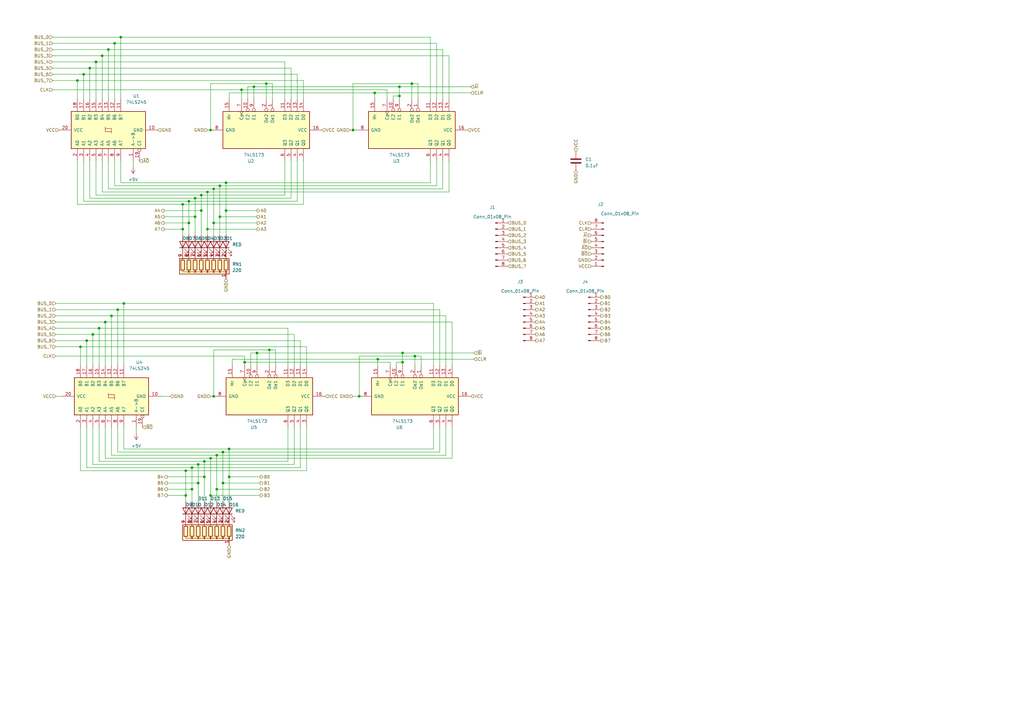
<source format=kicad_sch>
(kicad_sch (version 20230121) (generator eeschema)
  (paper "A3")
  (title_block (title "8bc Registers") (date "2023-02-28") (rev "1.0"))
  (lib_symbols
    (symbol "74xx:74LS173" (pin_names (offset 1.016))
      (property "Reference" "U" (at -7.62 19.05 0))
      (property "Value" "74LS173" (at -7.62 -19.05 0))
      (symbol "74LS173_1_0"
        (pin input inverted (at -12.7 2.54 0) (length 5.08) (name "Oe1") (number "1"))
        (pin input inverted (at -12.7 -7.62 0) (length 5.08) (name "E2") (number "10"))
        (pin input line (at -12.7 7.62 0) (length 5.08) (name "D3") (number "11"))
        (pin input line (at -12.7 10.16 0) (length 5.08) (name "D2") (number "12"))
        (pin input line (at -12.7 12.7 0) (length 5.08) (name "D1") (number "13"))
        (pin input line (at -12.7 15.24 0) (length 5.08) (name "D0") (number "14"))
        (pin input line (at -12.7 -15.24 0) (length 5.08) (name "Mr") (number "15"))
        (pin power_in line (at 0 22.86 270) (length 5.08) (name "VCC") (number "16"))
        (pin input inverted (at -12.7 0 0) (length 5.08) (name "Oe2") (number "2"))
        (pin tri_state line (at 12.7 15.24 180) (length 5.08) (name "Q0") (number "3"))
        (pin tri_state line (at 12.7 12.7 180) (length 5.08) (name "Q1") (number "4"))
        (pin tri_state line (at 12.7 10.16 180) (length 5.08) (name "Q2") (number "5"))
        (pin tri_state line (at 12.7 7.62 180) (length 5.08) (name "Q3") (number "6"))
        (pin input clock (at -12.7 -10.16 0) (length 5.08) (name "Cp") (number "7"))
        (pin power_in line (at 0 -22.86 90) (length 5.08) (name "GND") (number "8"))
        (pin input inverted (at -12.7 -5.08 0) (length 5.08) (name "E1") (number "9"))
      )
      (symbol "74LS173_1_1"
        (rectangle (start -7.62 17.78) (end 7.62 -17.78) (stroke (width 0.254)) (fill (type background)))
      )
    )
    (symbol "74xx:74LS245" (pin_names (offset 1.016))
      (property "Reference" "U" (at -7.62 16.51 0))
      (property "Value" "74LS245" (at -7.62 -16.51 0))
      (symbol "74LS245_1_0"
        (polyline (pts (xy -0.635 -1.27) (xy -0.635 1.27) (xy 0.635 1.27)))
        (polyline (pts (xy -1.27 -1.27) (xy 0.635 -1.27) (xy 0.635 1.27) (xy 1.27 1.27)))
        (pin input line (at -12.7 -10.16 0) (length 5.08) (name "A->B") (number "1"))
        (pin power_in line (at 0 -20.32 90) (length 5.08) (name "GND") (number "10"))
        (pin tri_state line (at 12.7 -5.08 180) (length 5.08) (name "B7") (number "11"))
        (pin tri_state line (at 12.7 -2.54 180) (length 5.08) (name "B6") (number "12"))
        (pin tri_state line (at 12.7 0 180) (length 5.08) (name "B5") (number "13"))
        (pin tri_state line (at 12.7 2.54 180) (length 5.08) (name "B4") (number "14"))
        (pin tri_state line (at 12.7 5.08 180) (length 5.08) (name "B3") (number "15"))
        (pin tri_state line (at 12.7 7.62 180) (length 5.08) (name "B2") (number "16"))
        (pin tri_state line (at 12.7 10.16 180) (length 5.08) (name "B1") (number "17"))
        (pin tri_state line (at 12.7 12.7 180) (length 5.08) (name "B0") (number "18"))
        (pin input inverted (at -12.7 -12.7 0) (length 5.08) (name "CE") (number "19"))
        (pin tri_state line (at -12.7 12.7 0) (length 5.08) (name "A0") (number "2"))
        (pin power_in line (at 0 20.32 270) (length 5.08) (name "VCC") (number "20"))
        (pin tri_state line (at -12.7 10.16 0) (length 5.08) (name "A1") (number "3"))
        (pin tri_state line (at -12.7 7.62 0) (length 5.08) (name "A2") (number "4"))
        (pin tri_state line (at -12.7 5.08 0) (length 5.08) (name "A3") (number "5"))
        (pin tri_state line (at -12.7 2.54 0) (length 5.08) (name "A4") (number "6"))
        (pin tri_state line (at -12.7 0 0) (length 5.08) (name "A5") (number "7"))
        (pin tri_state line (at -12.7 -2.54 0) (length 5.08) (name "A6") (number "8"))
        (pin tri_state line (at -12.7 -5.08 0) (length 5.08) (name "A7") (number "9"))
      )
      (symbol "74LS245_1_1"
        (rectangle (start -7.62 15.24) (end 7.62 -15.24) (stroke (width 0.254)) (fill (type background)))
      )
    )
    (symbol "Conn_01x08_Pin_1" (pin_names (offset 1.016) hide)
      (property "Reference" "J2" (at 3.81 15.24 0))
      (property "Value" "Conn_01x08_Pin" (at 2.54 12.7 0))
      (symbol "Conn_01x08_Pin_1_1_1"
        (polyline (pts (xy 1.27 -10.16) (xy 0.8636 -10.16)) (stroke (width 0.1524)))
        (polyline (pts (xy 1.27 -7.62) (xy 0.8636 -7.62)) (stroke (width 0.1524)))
        (polyline (pts (xy 1.27 -5.08) (xy 0.8636 -5.08)) (stroke (width 0.1524)))
        (polyline (pts (xy 1.27 -2.54) (xy 0.8636 -2.54)) (stroke (width 0.1524)))
        (polyline (pts (xy 1.27 0) (xy 0.8636 0)) (stroke (width 0.1524)))
        (polyline (pts (xy 1.27 2.54) (xy 0.8636 2.54)) (stroke (width 0.1524)))
        (polyline (pts (xy 1.27 5.08) (xy 0.8636 5.08)) (stroke (width 0.1524)))
        (polyline (pts (xy 1.27 7.62) (xy 0.8636 7.62)) (stroke (width 0.1524)))
        (rectangle (start 0.8636 -10.033) (end 0 -10.287) (stroke (width 0.1524)) (fill (type outline)))
        (rectangle (start 0.8636 -7.493) (end 0 -7.747) (stroke (width 0.1524)) (fill (type outline)))
        (rectangle (start 0.8636 -4.953) (end 0 -5.207) (stroke (width 0.1524)) (fill (type outline)))
        (rectangle (start 0.8636 -2.413) (end 0 -2.667) (stroke (width 0.1524)) (fill (type outline)))
        (rectangle (start 0.8636 0.127) (end 0 -0.127) (stroke (width 0.1524)) (fill (type outline)))
        (rectangle (start 0.8636 2.667) (end 0 2.413) (stroke (width 0.1524)) (fill (type outline)))
        (rectangle (start 0.8636 5.207) (end 0 4.953) (stroke (width 0.1524)) (fill (type outline)))
        (rectangle (start 0.8636 7.747) (end 0 7.493) (stroke (width 0.1524)) (fill (type outline)))
        (pin power_out line (at 5.08 7.62 180) (length 3.81) (name "Pin_1") (number "1"))
        (pin power_out line (at 5.08 5.08 180) (length 3.81) (name "Pin_2") (number "2"))
        (pin passive line (at 5.08 2.54 180) (length 3.81) (name "Pin_3") (number "3"))
        (pin passive line (at 5.08 0 180) (length 3.81) (name "Pin_4") (number "4"))
        (pin passive line (at 5.08 -2.54 180) (length 3.81) (name "Pin_5") (number "5"))
        (pin passive line (at 5.08 -5.08 180) (length 3.81) (name "Pin_6") (number "6"))
        (pin passive line (at 5.08 -7.62 180) (length 3.81) (name "Pin_7") (number "7"))
        (pin passive line (at 5.08 -10.16 180) (length 3.81) (name "Pin_8") (number "8"))
      )
    )
    (symbol "Connector:Conn_01x08_Pin" (pin_names (offset 1.016) hide)
      (property "Reference" "J" (at 0 10.16 0))
      (property "Value" "Conn_01x08_Pin" (at 0 -12.7 0))
      (symbol "Conn_01x08_Pin_1_1"
        (polyline (pts (xy 1.27 -10.16) (xy 0.8636 -10.16)) (stroke (width 0.1524)))
        (polyline (pts (xy 1.27 -7.62) (xy 0.8636 -7.62)) (stroke (width 0.1524)))
        (polyline (pts (xy 1.27 -5.08) (xy 0.8636 -5.08)) (stroke (width 0.1524)))
        (polyline (pts (xy 1.27 -2.54) (xy 0.8636 -2.54)) (stroke (width 0.1524)))
        (polyline (pts (xy 1.27 0) (xy 0.8636 0)) (stroke (width 0.1524)))
        (polyline (pts (xy 1.27 2.54) (xy 0.8636 2.54)) (stroke (width 0.1524)))
        (polyline (pts (xy 1.27 5.08) (xy 0.8636 5.08)) (stroke (width 0.1524)))
        (polyline (pts (xy 1.27 7.62) (xy 0.8636 7.62)) (stroke (width 0.1524)))
        (rectangle (start 0.8636 -10.033) (end 0 -10.287) (stroke (width 0.1524)) (fill (type outline)))
        (rectangle (start 0.8636 -7.493) (end 0 -7.747) (stroke (width 0.1524)) (fill (type outline)))
        (rectangle (start 0.8636 -4.953) (end 0 -5.207) (stroke (width 0.1524)) (fill (type outline)))
        (rectangle (start 0.8636 -2.413) (end 0 -2.667) (stroke (width 0.1524)) (fill (type outline)))
        (rectangle (start 0.8636 0.127) (end 0 -0.127) (stroke (width 0.1524)) (fill (type outline)))
        (rectangle (start 0.8636 2.667) (end 0 2.413) (stroke (width 0.1524)) (fill (type outline)))
        (rectangle (start 0.8636 5.207) (end 0 4.953) (stroke (width 0.1524)) (fill (type outline)))
        (rectangle (start 0.8636 7.747) (end 0 7.493) (stroke (width 0.1524)) (fill (type outline)))
        (pin passive line (at 5.08 7.62 180) (length 3.81) (name "Pin_1") (number "1"))
        (pin passive line (at 5.08 5.08 180) (length 3.81) (name "Pin_2") (number "2"))
        (pin passive line (at 5.08 2.54 180) (length 3.81) (name "Pin_3") (number "3"))
        (pin passive line (at 5.08 0 180) (length 3.81) (name "Pin_4") (number "4"))
        (pin passive line (at 5.08 -2.54 180) (length 3.81) (name "Pin_5") (number "5"))
        (pin passive line (at 5.08 -5.08 180) (length 3.81) (name "Pin_6") (number "6"))
        (pin passive line (at 5.08 -7.62 180) (length 3.81) (name "Pin_7") (number "7"))
        (pin passive line (at 5.08 -10.16 180) (length 3.81) (name "Pin_8") (number "8"))
      )
    )
    (symbol "Device:C" (pin_numbers hide) (pin_names (offset 0.254))
      (property "Reference" "C" (at 0.635 2.54 0))
      (property "Value" "C" (at 0.635 -2.54 0))
      (symbol "C_0_1"
        (polyline (pts (xy -2.032 -0.762) (xy 2.032 -0.762)) (stroke (width 0.508)))
        (polyline (pts (xy -2.032 0.762) (xy 2.032 0.762)) (stroke (width 0.508)))
      )
      (symbol "C_1_1"
        (pin passive line (at 0 3.81 270) (length 2.794) (name "~") (number "1"))
        (pin passive line (at 0 -3.81 90) (length 2.794) (name "~") (number "2"))
      )
    )
    (symbol "Device:LED" (pin_numbers hide) (pin_names (offset 1.016) hide)
      (property "Reference" "D" (at 0 2.54 0))
      (property "Value" "LED" (at 0 -2.54 0))
      (symbol "LED_0_1"
        (polyline (pts (xy -1.27 -1.27) (xy -1.27 1.27)) (stroke (width 0.254)))
        (polyline (pts (xy -1.27 0) (xy 1.27 0)))
        (polyline (pts (xy 1.27 -1.27) (xy 1.27 1.27) (xy -1.27 0) (xy 1.27 -1.27)) (stroke (width 0.254)))
        (polyline (pts (xy -3.048 -0.762) (xy -4.572 -2.286) (xy -3.81 -2.286) (xy -4.572 -2.286) (xy -4.572 -1.524)))
        (polyline (pts (xy -1.778 -0.762) (xy -3.302 -2.286) (xy -2.54 -2.286) (xy -3.302 -2.286) (xy -3.302 -1.524)))
      )
      (symbol "LED_1_1"
        (pin passive line (at -3.81 0 0) (length 2.54) (name "K") (number "1"))
        (pin passive line (at 3.81 0 180) (length 2.54) (name "A") (number "2"))
      )
    )
    (symbol "Device:R_Network08" (pin_names (offset 0) hide)
      (property "Reference" "RN" (at -12.7 0 90))
      (property "Value" "R_Network08" (at 10.16 0 90))
      (symbol "R_Network08_0_1"
        (rectangle (start -11.43 -3.175) (end 8.89 3.175) (stroke (width 0.254)) (fill (type background)))
        (rectangle (start -10.922 1.524) (end -9.398 -2.54) (stroke (width 0.254)))
        (circle (center -10.16 2.286) (radius 0.254) (fill (type outline)))
        (rectangle (start -8.382 1.524) (end -6.858 -2.54) (stroke (width 0.254)))
        (circle (center -7.62 2.286) (radius 0.254) (fill (type outline)))
        (rectangle (start -5.842 1.524) (end -4.318 -2.54) (stroke (width 0.254)))
        (circle (center -5.08 2.286) (radius 0.254) (fill (type outline)))
        (rectangle (start -3.302 1.524) (end -1.778 -2.54) (stroke (width 0.254)))
        (circle (center -2.54 2.286) (radius 0.254) (fill (type outline)))
        (rectangle (start -0.762 1.524) (end 0.762 -2.54) (stroke (width 0.254)))
        (polyline (pts (xy -10.16 -2.54) (xy -10.16 -3.81)))
        (polyline (pts (xy -7.62 -2.54) (xy -7.62 -3.81)))
        (polyline (pts (xy -5.08 -2.54) (xy -5.08 -3.81)))
        (polyline (pts (xy -2.54 -2.54) (xy -2.54 -3.81)))
        (polyline (pts (xy 0 -2.54) (xy 0 -3.81)))
        (polyline (pts (xy 2.54 -2.54) (xy 2.54 -3.81)))
        (polyline (pts (xy 5.08 -2.54) (xy 5.08 -3.81)))
        (polyline (pts (xy 7.62 -2.54) (xy 7.62 -3.81)))
        (polyline (pts (xy -10.16 1.524) (xy -10.16 2.286) (xy -7.62 2.286) (xy -7.62 1.524)))
        (polyline (pts (xy -7.62 1.524) (xy -7.62 2.286) (xy -5.08 2.286) (xy -5.08 1.524)))
        (polyline (pts (xy -5.08 1.524) (xy -5.08 2.286) (xy -2.54 2.286) (xy -2.54 1.524)))
        (polyline (pts (xy -2.54 1.524) (xy -2.54 2.286) (xy 0 2.286) (xy 0 1.524)))
        (polyline (pts (xy 0 1.524) (xy 0 2.286) (xy 2.54 2.286) (xy 2.54 1.524)))
        (polyline (pts (xy 2.54 1.524) (xy 2.54 2.286) (xy 5.08 2.286) (xy 5.08 1.524)))
        (polyline (pts (xy 5.08 1.524) (xy 5.08 2.286) (xy 7.62 2.286) (xy 7.62 1.524)))
        (circle (center 0 2.286) (radius 0.254) (fill (type outline)))
        (rectangle (start 1.778 1.524) (end 3.302 -2.54) (stroke (width 0.254)))
        (circle (center 2.54 2.286) (radius 0.254) (fill (type outline)))
        (rectangle (start 4.318 1.524) (end 5.842 -2.54) (stroke (width 0.254)))
        (circle (center 5.08 2.286) (radius 0.254) (fill (type outline)))
        (rectangle (start 6.858 1.524) (end 8.382 -2.54) (stroke (width 0.254)))
      )
      (symbol "R_Network08_1_1"
        (pin passive line (at -10.16 5.08 270) (length 2.54) (name "common") (number "1"))
        (pin passive line (at -10.16 -5.08 90) (length 1.27) (name "R1") (number "2"))
        (pin passive line (at -7.62 -5.08 90) (length 1.27) (name "R2") (number "3"))
        (pin passive line (at -5.08 -5.08 90) (length 1.27) (name "R3") (number "4"))
        (pin passive line (at -2.54 -5.08 90) (length 1.27) (name "R4") (number "5"))
        (pin passive line (at 0 -5.08 90) (length 1.27) (name "R5") (number "6"))
        (pin passive line (at 2.54 -5.08 90) (length 1.27) (name "R6") (number "7"))
        (pin passive line (at 5.08 -5.08 90) (length 1.27) (name "R7") (number "8"))
        (pin passive line (at 7.62 -5.08 90) (length 1.27) (name "R8") (number "9"))
      )
    )
    (symbol "power:+5V" (power) (pin_names (offset 0))
      (property "Value" "+5V" (at 0 3.556 0))
      (symbol "+5V_0_1"
        (polyline (pts (xy -0.762 1.27) (xy 0 2.54)))
        (polyline (pts (xy 0 0) (xy 0 2.54)))
        (polyline (pts (xy 0 2.54) (xy 0.762 1.27)))
      )
      (symbol "+5V_1_1"
        (pin power_in line (at 0 0 90) (length 0) hide (name "+5V") (number "1"))
      )
    )
  )
  (junction (at 86.36 187.96))
  (junction (at 81.28 198.12))
  (junction (at 93.98 184.15))
  (junction (at 165.1 144.78))
  (junction (at 88.9 200.66))
  (junction (at 91.44 185.42))
  (junction (at 109.22 34.29))
  (junction (at 87.63 77.47))
  (junction (at 76.2 193.04))
  (junction (at 99.06 36.83))
  (junction (at 154.94 147.32))
  (junction (at 44.45 20.32))
  (junction (at 86.36 53.34))
  (junction (at 87.63 162.56))
  (junction (at 80.01 81.28))
  (junction (at 34.29 30.48))
  (junction (at 43.18 132.08))
  (junction (at 50.8 124.46))
  (junction (at 80.01 88.9))
  (junction (at 48.26 127))
  (junction (at 77.47 91.44))
  (junction (at 88.9 186.69))
  (junction (at 31.75 33.02))
  (junction (at 36.83 27.94))
  (junction (at 82.55 86.36))
  (junction (at 83.82 189.23))
  (junction (at 144.78 53.34))
  (junction (at 147.32 162.56))
  (junction (at 105.41 144.78))
  (junction (at 77.47 82.55))
  (junction (at 91.44 198.12))
  (junction (at 40.64 134.62))
  (junction (at 78.74 200.66))
  (junction (at 38.1 137.16))
  (junction (at 92.71 86.36))
  (junction (at 170.18 146.05))
  (junction (at 39.37 25.4))
  (junction (at 41.91 22.86))
  (junction (at 165.1 148.59))
  (junction (at 90.17 88.9))
  (junction (at 163.83 35.56))
  (junction (at 93.98 195.58))
  (junction (at 163.83 39.37))
  (junction (at 49.53 15.24))
  (junction (at 76.2 203.2))
  (junction (at 35.56 139.7))
  (junction (at 100.33 148.59))
  (junction (at 104.14 35.56))
  (junction (at 92.71 74.93))
  (junction (at 85.09 93.98))
  (junction (at 87.63 91.44))
  (junction (at 153.67 38.1))
  (junction (at 78.74 191.77))
  (junction (at 46.99 17.78))
  (junction (at 81.28 190.5))
  (junction (at 110.49 143.51))
  (junction (at 45.72 129.54))
  (junction (at 90.17 76.2))
  (junction (at 168.91 34.29))
  (junction (at 74.93 83.82))
  (junction (at 86.36 203.2))
  (junction (at 33.02 142.24))
  (junction (at 74.93 93.98))
  (junction (at 82.55 80.01))
  (junction (at 85.09 78.74))
  (junction (at 83.82 195.58))
  (wire (pts (xy 36.83 66.04) (xy 36.83 81.28)))
  (wire (pts (xy 50.8 184.15) (xy 93.98 184.15)))
  (wire (pts (xy 165.1 148.59) (xy 165.1 149.86)))
  (wire (pts (xy 153.67 38.1) (xy 93.98 38.1)))
  (wire (pts (xy 41.91 78.74) (xy 85.09 78.74)))
  (wire (pts (xy 184.15 22.86) (xy 41.91 22.86)))
  (wire (pts (xy 31.75 33.02) (xy 124.46 33.02)))
  (wire (pts (xy 163.83 35.56) (xy 163.83 39.37)))
  (wire (pts (xy 67.31 93.98) (xy 74.93 93.98)))
  (wire (pts (xy 38.1 175.26) (xy 38.1 190.5)))
  (wire (pts (xy 92.71 74.93) (xy 92.71 86.36)))
  (wire (pts (xy 92.71 74.93) (xy 176.53 74.93)))
  (wire (pts (xy 81.28 198.12) (xy 81.28 205.74)))
  (wire (pts (xy 82.55 86.36) (xy 82.55 96.52)))
  (wire (pts (xy 194.31 147.32) (xy 154.94 147.32)))
  (wire (pts (xy 85.09 93.98) (xy 85.09 96.52)))
  (wire (pts (xy 68.58 195.58) (xy 83.82 195.58)))
  (wire (pts (xy 38.1 190.5) (xy 81.28 190.5)))
  (wire (pts (xy 43.18 132.08) (xy 43.18 149.86)))
  (wire (pts (xy 90.17 88.9) (xy 90.17 96.52)))
  (wire (pts (xy 102.87 149.86) (xy 102.87 144.78)))
  (wire (pts (xy 87.63 162.56) (xy 87.63 143.51)))
  (wire (pts (xy 88.9 186.69) (xy 45.72 186.69)))
  (wire (pts (xy 102.87 144.78) (xy 105.41 144.78)))
  (wire (pts (xy 39.37 80.01) (xy 39.37 66.04)))
  (wire (pts (xy 123.19 175.26) (xy 123.19 191.77)))
  (wire (pts (xy 170.18 146.05) (xy 147.32 146.05)))
  (wire (pts (xy 111.76 34.29) (xy 111.76 40.64)))
  (wire (pts (xy 83.82 189.23) (xy 83.82 195.58)))
  (wire (pts (xy 45.72 186.69) (xy 45.72 175.26)))
  (wire (pts (xy 22.86 132.08) (xy 43.18 132.08)))
  (wire (pts (xy 177.8 124.46) (xy 177.8 149.86)))
  (wire (pts (xy 121.92 82.55) (xy 77.47 82.55)))
  (wire (pts (xy 109.22 34.29) (xy 109.22 40.64)))
  (wire (pts (xy 147.32 146.05) (xy 147.32 162.56)))
  (wire (pts (xy 39.37 25.4) (xy 116.84 25.4)))
  (wire (pts (xy 124.46 83.82) (xy 124.46 66.04)))
  (wire (pts (xy 21.59 30.48) (xy 34.29 30.48)))
  (wire (pts (xy 46.99 17.78) (xy 46.99 40.64)))
  (wire (pts (xy 184.15 40.64) (xy 184.15 22.86)))
  (wire (pts (xy 91.44 185.42) (xy 180.34 185.42)))
  (wire (pts (xy 80.01 88.9) (xy 80.01 96.52)))
  (wire (pts (xy 123.19 191.77) (xy 78.74 191.77)))
  (wire (pts (xy 50.8 124.46) (xy 50.8 149.86)))
  (wire (pts (xy 33.02 175.26) (xy 33.02 193.04)))
  (wire (pts (xy 123.19 139.7) (xy 123.19 149.86)))
  (wire (pts (xy 39.37 25.4) (xy 39.37 40.64)))
  (wire (pts (xy 22.86 127) (xy 48.26 127)))
  (wire (pts (xy 33.02 193.04) (xy 76.2 193.04)))
  (wire (pts (xy 154.94 147.32) (xy 154.94 149.86)))
  (wire (pts (xy 82.55 80.01) (xy 82.55 86.36)))
  (wire (pts (xy 43.18 175.26) (xy 43.18 187.96)))
  (wire (pts (xy 78.74 191.77) (xy 78.74 200.66)))
  (wire (pts (xy 33.02 142.24) (xy 33.02 149.86)))
  (wire (pts (xy 81.28 190.5) (xy 120.65 190.5)))
  (wire (pts (xy 170.18 146.05) (xy 170.18 149.86)))
  (wire (pts (xy 181.61 66.04) (xy 181.61 77.47)))
  (wire (pts (xy 87.63 143.51) (xy 110.49 143.51)))
  (wire (pts (xy 87.63 77.47) (xy 87.63 91.44)))
  (wire (pts (xy 179.07 40.64) (xy 179.07 17.78)))
  (wire (pts (xy 179.07 76.2) (xy 179.07 66.04)))
  (wire (pts (xy 48.26 175.26) (xy 48.26 185.42)))
  (wire (pts (xy 38.1 137.16) (xy 38.1 149.86)))
  (wire (pts (xy 76.2 203.2) (xy 76.2 205.74)))
  (wire (pts (xy 92.71 86.36) (xy 92.71 96.52)))
  (wire (pts (xy 45.72 129.54) (xy 182.88 129.54)))
  (wire (pts (xy 43.18 187.96) (xy 86.36 187.96)))
  (wire (pts (xy 31.75 33.02) (xy 31.75 40.64)))
  (wire (pts (xy 21.59 36.83) (xy 99.06 36.83)))
  (wire (pts (xy 165.1 144.78) (xy 194.31 144.78)))
  (wire (pts (xy 48.26 127) (xy 48.26 149.86)))
  (wire (pts (xy 46.99 66.04) (xy 46.99 76.2)))
  (wire (pts (xy 74.93 93.98) (xy 74.93 96.52)))
  (wire (pts (xy 185.42 187.96) (xy 185.42 175.26)))
  (wire (pts (xy 22.86 137.16) (xy 38.1 137.16)))
  (wire (pts (xy 21.59 15.24) (xy 49.53 15.24)))
  (wire (pts (xy 184.15 78.74) (xy 184.15 66.04)))
  (wire (pts (xy 121.92 30.48) (xy 121.92 40.64)))
  (wire (pts (xy 86.36 203.2) (xy 86.36 205.74)))
  (wire (pts (xy 67.31 91.44) (xy 77.47 91.44)))
  (wire (pts (xy 90.17 76.2) (xy 90.17 88.9)))
  (wire (pts (xy 118.11 134.62) (xy 118.11 149.86)))
  (wire (pts (xy 143.51 53.34) (xy 144.78 53.34)))
  (wire (pts (xy 158.75 36.83) (xy 158.75 40.64)))
  (wire (pts (xy 100.33 146.05) (xy 100.33 148.59)))
  (wire (pts (xy 100.33 148.59) (xy 100.33 149.86)))
  (wire (pts (xy 110.49 143.51) (xy 110.49 149.86)))
  (wire (pts (xy 125.73 142.24) (xy 125.73 149.86)))
  (wire (pts (xy 104.14 35.56) (xy 163.83 35.56)))
  (wire (pts (xy 182.88 186.69) (xy 88.9 186.69)))
  (wire (pts (xy 85.09 53.34) (xy 86.36 53.34)))
  (wire (pts (xy 38.1 137.16) (xy 120.65 137.16)))
  (wire (pts (xy 49.53 66.04) (xy 49.53 74.93)))
  (wire (pts (xy 116.84 25.4) (xy 116.84 40.64)))
  (wire (pts (xy 91.44 198.12) (xy 91.44 205.74)))
  (wire (pts (xy 162.56 148.59) (xy 165.1 148.59)))
  (wire (pts (xy 22.86 139.7) (xy 35.56 139.7)))
  (wire (pts (xy 77.47 82.55) (xy 34.29 82.55)))
  (wire (pts (xy 86.36 203.2) (xy 106.68 203.2)))
  (wire (pts (xy 50.8 175.26) (xy 50.8 184.15)))
  (wire (pts (xy 171.45 34.29) (xy 171.45 40.64)))
  (wire (pts (xy 44.45 20.32) (xy 44.45 40.64)))
  (wire (pts (xy 22.86 162.56) (xy 25.4 162.56)))
  (wire (pts (xy 105.41 144.78) (xy 165.1 144.78)))
  (wire (pts (xy 93.98 195.58) (xy 106.68 195.58)))
  (wire (pts (xy 161.29 40.64) (xy 161.29 39.37)))
  (wire (pts (xy 35.56 139.7) (xy 123.19 139.7)))
  (wire (pts (xy 172.72 149.86) (xy 172.72 146.05)))
  (wire (pts (xy 101.6 40.64) (xy 101.6 35.56)))
  (wire (pts (xy 118.11 189.23) (xy 83.82 189.23)))
  (wire (pts (xy 86.36 34.29) (xy 109.22 34.29)))
  (wire (pts (xy 163.83 39.37) (xy 163.83 40.64)))
  (wire (pts (xy 176.53 74.93) (xy 176.53 66.04)))
  (wire (pts (xy 36.83 27.94) (xy 119.38 27.94)))
  (wire (pts (xy 34.29 30.48) (xy 121.92 30.48)))
  (wire (pts (xy 181.61 20.32) (xy 181.61 40.64)))
  (wire (pts (xy 21.59 22.86) (xy 41.91 22.86)))
  (wire (pts (xy 85.09 78.74) (xy 85.09 93.98)))
  (wire (pts (xy 40.64 134.62) (xy 118.11 134.62)))
  (wire (pts (xy 182.88 129.54) (xy 182.88 149.86)))
  (wire (pts (xy 22.86 124.46) (xy 50.8 124.46)))
  (wire (pts (xy 67.31 88.9) (xy 80.01 88.9)))
  (wire (pts (xy 41.91 66.04) (xy 41.91 78.74)))
  (wire (pts (xy 77.47 91.44) (xy 77.47 96.52)))
  (wire (pts (xy 33.02 142.24) (xy 125.73 142.24)))
  (wire (pts (xy 86.36 53.34) (xy 86.36 34.29)))
  (wire (pts (xy 110.49 143.51) (xy 113.03 143.51)))
  (wire (pts (xy 87.63 91.44) (xy 105.41 91.44)))
  (wire (pts (xy 82.55 80.01) (xy 39.37 80.01)))
  (wire (pts (xy 99.06 36.83) (xy 99.06 40.64)))
  (wire (pts (xy 85.09 78.74) (xy 184.15 78.74)))
  (wire (pts (xy 119.38 81.28) (xy 119.38 66.04)))
  (wire (pts (xy 168.91 34.29) (xy 168.91 40.64)))
  (wire (pts (xy 35.56 139.7) (xy 35.56 149.86)))
  (wire (pts (xy 67.31 86.36) (xy 82.55 86.36)))
  (wire (pts (xy 55.88 175.26) (xy 55.88 177.8)))
  (wire (pts (xy 116.84 66.04) (xy 116.84 80.01)))
  (wire (pts (xy 100.33 148.59) (xy 160.02 148.59)))
  (wire (pts (xy 34.29 30.48) (xy 34.29 40.64)))
  (wire (pts (xy 21.59 33.02) (xy 31.75 33.02)))
  (wire (pts (xy 93.98 195.58) (xy 93.98 205.74)))
  (wire (pts (xy 193.04 38.1) (xy 153.67 38.1)))
  (wire (pts (xy 153.67 38.1) (xy 153.67 40.64)))
  (wire (pts (xy 121.92 66.04) (xy 121.92 82.55)))
  (wire (pts (xy 171.45 34.29) (xy 168.91 34.29)))
  (wire (pts (xy 86.36 162.56) (xy 87.63 162.56)))
  (wire (pts (xy 88.9 186.69) (xy 88.9 200.66)))
  (wire (pts (xy 179.07 17.78) (xy 46.99 17.78)))
  (wire (pts (xy 124.46 33.02) (xy 124.46 40.64)))
  (wire (pts (xy 22.86 129.54) (xy 45.72 129.54)))
  (wire (pts (xy 44.45 20.32) (xy 181.61 20.32)))
  (wire (pts (xy 83.82 189.23) (xy 40.64 189.23)))
  (wire (pts (xy 180.34 127) (xy 48.26 127)))
  (wire (pts (xy 165.1 144.78) (xy 165.1 148.59)))
  (wire (pts (xy 68.58 198.12) (xy 81.28 198.12)))
  (wire (pts (xy 21.59 27.94) (xy 36.83 27.94)))
  (wire (pts (xy 180.34 149.86) (xy 180.34 127)))
  (wire (pts (xy 50.8 124.46) (xy 177.8 124.46)))
  (wire (pts (xy 76.2 193.04) (xy 125.73 193.04)))
  (wire (pts (xy 90.17 76.2) (xy 179.07 76.2)))
  (wire (pts (xy 87.63 91.44) (xy 87.63 96.52)))
  (wire (pts (xy 93.98 184.15) (xy 177.8 184.15)))
  (wire (pts (xy 76.2 193.04) (xy 76.2 203.2)))
  (wire (pts (xy 93.98 38.1) (xy 93.98 40.64)))
  (wire (pts (xy 83.82 195.58) (xy 83.82 205.74)))
  (wire (pts (xy 49.53 15.24) (xy 49.53 40.64)))
  (wire (pts (xy 48.26 185.42) (xy 91.44 185.42)))
  (wire (pts (xy 182.88 175.26) (xy 182.88 186.69)))
  (wire (pts (xy 91.44 185.42) (xy 91.44 198.12)))
  (wire (pts (xy 21.59 17.78) (xy 46.99 17.78)))
  (wire (pts (xy 80.01 81.28) (xy 80.01 88.9)))
  (wire (pts (xy 144.78 53.34) (xy 146.05 53.34)))
  (wire (pts (xy 68.58 203.2) (xy 76.2 203.2)))
  (wire (pts (xy 54.61 66.04) (xy 54.61 68.58)))
  (wire (pts (xy 118.11 175.26) (xy 118.11 189.23)))
  (wire (pts (xy 22.86 142.24) (xy 33.02 142.24)))
  (wire (pts (xy 161.29 39.37) (xy 163.83 39.37)))
  (wire (pts (xy 87.63 77.47) (xy 44.45 77.47)))
  (wire (pts (xy 78.74 200.66) (xy 78.74 205.74)))
  (wire (pts (xy 36.83 81.28) (xy 80.01 81.28)))
  (wire (pts (xy 81.28 190.5) (xy 81.28 198.12)))
  (wire (pts (xy 185.42 149.86) (xy 185.42 132.08)))
  (wire (pts (xy 31.75 83.82) (xy 74.93 83.82)))
  (wire (pts (xy 168.91 34.29) (xy 144.78 34.29)))
  (wire (pts (xy 41.91 22.86) (xy 41.91 40.64)))
  (wire (pts (xy 36.83 27.94) (xy 36.83 40.64)))
  (wire (pts (xy 95.25 147.32) (xy 95.25 149.86)))
  (wire (pts (xy 44.45 77.47) (xy 44.45 66.04)))
  (wire (pts (xy 120.65 137.16) (xy 120.65 149.86)))
  (wire (pts (xy 104.14 35.56) (xy 104.14 40.64)))
  (wire (pts (xy 40.64 189.23) (xy 40.64 175.26)))
  (wire (pts (xy 35.56 191.77) (xy 35.56 175.26)))
  (wire (pts (xy 109.22 34.29) (xy 111.76 34.29)))
  (wire (pts (xy 21.59 25.4) (xy 39.37 25.4)))
  (wire (pts (xy 49.53 74.93) (xy 92.71 74.93)))
  (wire (pts (xy 74.93 83.82) (xy 124.46 83.82)))
  (wire (pts (xy 66.04 162.56) (xy 69.85 162.56)))
  (wire (pts (xy 78.74 191.77) (xy 35.56 191.77)))
  (wire (pts (xy 80.01 81.28) (xy 119.38 81.28)))
  (wire (pts (xy 99.06 36.83) (xy 158.75 36.83)))
  (wire (pts (xy 92.71 86.36) (xy 105.41 86.36)))
  (wire (pts (xy 154.94 147.32) (xy 95.25 147.32)))
  (wire (pts (xy 88.9 200.66) (xy 106.68 200.66)))
  (wire (pts (xy 86.36 187.96) (xy 86.36 203.2)))
  (wire (pts (xy 74.93 83.82) (xy 74.93 93.98)))
  (wire (pts (xy 49.53 15.24) (xy 176.53 15.24)))
  (wire (pts (xy 163.83 35.56) (xy 193.04 35.56)))
  (wire (pts (xy 40.64 134.62) (xy 40.64 149.86)))
  (wire (pts (xy 45.72 129.54) (xy 45.72 149.86)))
  (wire (pts (xy 91.44 198.12) (xy 106.68 198.12)))
  (wire (pts (xy 119.38 27.94) (xy 119.38 40.64)))
  (wire (pts (xy 93.98 184.15) (xy 93.98 195.58)))
  (wire (pts (xy 90.17 88.9) (xy 105.41 88.9)))
  (wire (pts (xy 181.61 77.47) (xy 87.63 77.47)))
  (wire (pts (xy 86.36 187.96) (xy 185.42 187.96)))
  (wire (pts (xy 46.99 76.2) (xy 90.17 76.2)))
  (wire (pts (xy 180.34 185.42) (xy 180.34 175.26)))
  (wire (pts (xy 125.73 193.04) (xy 125.73 175.26)))
  (wire (pts (xy 22.86 134.62) (xy 40.64 134.62)))
  (wire (pts (xy 68.58 200.66) (xy 78.74 200.66)))
  (wire (pts (xy 120.65 190.5) (xy 120.65 175.26)))
  (wire (pts (xy 34.29 82.55) (xy 34.29 66.04)))
  (wire (pts (xy 144.78 162.56) (xy 147.32 162.56)))
  (wire (pts (xy 162.56 149.86) (xy 162.56 148.59)))
  (wire (pts (xy 160.02 149.86) (xy 160.02 148.59)))
  (wire (pts (xy 31.75 66.04) (xy 31.75 83.82)))
  (wire (pts (xy 172.72 146.05) (xy 170.18 146.05)))
  (wire (pts (xy 85.09 93.98) (xy 105.41 93.98)))
  (wire (pts (xy 144.78 34.29) (xy 144.78 53.34)))
  (wire (pts (xy 101.6 35.56) (xy 104.14 35.56)))
  (wire (pts (xy 22.86 146.05) (xy 100.33 146.05)))
  (wire (pts (xy 176.53 15.24) (xy 176.53 40.64)))
  (wire (pts (xy 185.42 132.08) (xy 43.18 132.08)))
  (wire (pts (xy 77.47 82.55) (xy 77.47 91.44)))
  (wire (pts (xy 21.59 20.32) (xy 44.45 20.32)))
  (wire (pts (xy 116.84 80.01) (xy 82.55 80.01)))
  (wire (pts (xy 113.03 143.51) (xy 113.03 149.86)))
  (wire (pts (xy 88.9 200.66) (xy 88.9 205.74)))
  (wire (pts (xy 105.41 144.78) (xy 105.41 149.86)))
  (wire (pts (xy 177.8 184.15) (xy 177.8 175.26)))
  (hierarchical_label "~{BI}" (shape input) (at 194.31 144.78 0))
  (hierarchical_label "BUS_5" (shape input) (at 22.86 137.16 180))
  (hierarchical_label "BUS_7" (shape input) (at 208.28 109.22 0))
  (hierarchical_label "BUS_1" (shape input) (at 21.59 17.78 180))
  (hierarchical_label "A0" (shape output) (at 219.71 121.92 0))
  (hierarchical_label "B1" (shape output) (at 106.68 198.12 0))
  (hierarchical_label "BUS_0" (shape input) (at 208.28 91.44 0))
  (hierarchical_label "A5" (shape output) (at 219.71 134.62 0))
  (hierarchical_label "BUS_0" (shape input) (at 22.86 124.46 180))
  (hierarchical_label "~{AO}" (shape input) (at 242.57 101.6 180))
  (hierarchical_label "GND" (shape input) (at 236.22 69.85 270))
  (hierarchical_label "GND" (shape input) (at 93.98 223.52 270))
  (hierarchical_label "CLR" (shape input) (at 242.57 93.98 180))
  (hierarchical_label "BUS_2" (shape input) (at 208.28 96.52 0))
  (hierarchical_label "A6" (shape output) (at 219.71 137.16 0))
  (hierarchical_label "B1" (shape output) (at 246.38 124.46 0))
  (hierarchical_label "BUS_1" (shape input) (at 22.86 127 180))
  (hierarchical_label "GND" (shape input) (at 85.09 53.34 180))
  (hierarchical_label "GND" (shape input) (at 143.51 53.34 180))
  (hierarchical_label "CLK" (shape input) (at 242.57 91.44 180))
  (hierarchical_label "A2" (shape output) (at 105.41 91.44 0))
  (hierarchical_label "~{BI}" (shape input) (at 242.57 99.06 180))
  (hierarchical_label "BUS_5" (shape input) (at 208.28 104.14 0))
  (hierarchical_label "B4" (shape output) (at 246.38 132.08 0))
  (hierarchical_label "VCC" (shape input) (at 242.57 109.22 180))
  (hierarchical_label "VCC" (shape input) (at 193.04 162.56 0))
  (hierarchical_label "VCC" (shape input) (at 236.22 62.23 90))
  (hierarchical_label "CLR" (shape input) (at 193.04 38.1 0))
  (hierarchical_label "BUS_6" (shape input) (at 208.28 106.68 0))
  (hierarchical_label "B2" (shape output) (at 106.68 200.66 0))
  (hierarchical_label "GND" (shape input) (at 64.77 53.34 0))
  (hierarchical_label "BUS_3" (shape input) (at 208.28 99.06 0))
  (hierarchical_label "GND" (shape input) (at 92.71 114.3 270))
  (hierarchical_label "CLK" (shape input) (at 22.86 146.05 180))
  (hierarchical_label "A4" (shape output) (at 67.31 86.36 180))
  (hierarchical_label "BUS_4" (shape input) (at 208.28 101.6 0))
  (hierarchical_label "BUS_2" (shape input) (at 21.59 20.32 180))
  (hierarchical_label "~{AO}" (shape input) (at 57.15 66.04 0))
  (hierarchical_label "~{BO}" (shape input) (at 58.42 175.26 0))
  (hierarchical_label "BUS_3" (shape input) (at 21.59 22.86 180))
  (hierarchical_label "BUS_0" (shape input) (at 21.59 15.24 180))
  (hierarchical_label "B4" (shape output) (at 68.58 195.58 180))
  (hierarchical_label "GND" (shape input) (at 242.57 106.68 180))
  (hierarchical_label "A3" (shape output) (at 105.41 93.98 0))
  (hierarchical_label "A7" (shape output) (at 67.31 93.98 180))
  (hierarchical_label "~{BO}" (shape input) (at 242.57 104.14 180))
  (hierarchical_label "B7" (shape output) (at 246.38 139.7 0))
  (hierarchical_label "B0" (shape output) (at 106.68 195.58 0))
  (hierarchical_label "B5" (shape output) (at 246.38 134.62 0))
  (hierarchical_label "B2" (shape output) (at 246.38 127 0))
  (hierarchical_label "VCC" (shape input) (at 191.77 53.34 0))
  (hierarchical_label "GND" (shape input) (at 144.78 162.56 180))
  (hierarchical_label "A2" (shape output) (at 219.71 127 0))
  (hierarchical_label "BUS_4" (shape input) (at 22.86 134.62 180))
  (hierarchical_label "~{AI}" (shape input) (at 242.57 96.52 180))
  (hierarchical_label "BUS_7" (shape input) (at 21.59 33.02 180))
  (hierarchical_label "A1" (shape output) (at 105.41 88.9 0))
  (hierarchical_label "A7" (shape output) (at 219.71 139.7 0))
  (hierarchical_label "B5" (shape output) (at 68.58 198.12 180))
  (hierarchical_label "CLR" (shape input) (at 194.31 147.32 0))
  (hierarchical_label "BUS_4" (shape input) (at 21.59 25.4 180))
  (hierarchical_label "B3" (shape output) (at 106.68 203.2 0))
  (hierarchical_label "A3" (shape output) (at 219.71 129.54 0))
  (hierarchical_label "BUS_6" (shape input) (at 22.86 139.7 180))
  (hierarchical_label "BUS_5" (shape input) (at 21.59 27.94 180))
  (hierarchical_label "B6" (shape output) (at 68.58 200.66 180))
  (hierarchical_label "VCC" (shape input) (at 22.86 162.56 180))
  (hierarchical_label "GND" (shape input) (at 86.36 162.56 180))
  (hierarchical_label "B7" (shape output) (at 68.58 203.2 180))
  (hierarchical_label "VCC" (shape input) (at 24.13 53.34 180))
  (hierarchical_label "VCC" (shape input) (at 132.08 53.34 0))
  (hierarchical_label "GND" (shape input) (at 69.85 162.56 0))
  (hierarchical_label "BUS_7" (shape input) (at 22.86 142.24 180))
  (hierarchical_label "BUS_1" (shape input) (at 208.28 93.98 0))
  (hierarchical_label "~{AI}" (shape input) (at 193.04 35.56 0))
  (hierarchical_label "A1" (shape output) (at 219.71 124.46 0))
  (hierarchical_label "A6" (shape output) (at 67.31 91.44 180))
  (hierarchical_label "B3" (shape output) (at 246.38 129.54 0))
  (hierarchical_label "A5" (shape output) (at 67.31 88.9 180))
  (hierarchical_label "BUS_6" (shape input) (at 21.59 30.48 180))
  (hierarchical_label "VCC" (shape input) (at 133.35 162.56 0))
  (hierarchical_label "BUS_3" (shape input) (at 22.86 132.08 180))
  (hierarchical_label "B0" (shape output) (at 246.38 121.92 0))
  (hierarchical_label "BUS_2" (shape input) (at 22.86 129.54 180))
  (hierarchical_label "CLK" (shape input) (at 21.59 36.83 180))
  (hierarchical_label "A0" (shape output) (at 105.41 86.36 0))
  (hierarchical_label "A4" (shape output) (at 219.71 132.08 0))
  (hierarchical_label "B6" (shape output) (at 246.38 137.16 0))
  (symbol (lib_id "Device:C") (at 236.22 66.04 0) (unit 1)
    (property "Reference" "C1" (at 240.03 65.405 0) (effects (justify left)))
    (property "Value" "0.1uF" (at 240.03 67.945 0) (effects (justify left)))
    (property "Footprint" "Capacitor_THT:CP_Radial_Tantal_D5.0mm_P2.50mm" (effects hide))
  )
  (symbol (lib_id "74xx:74LS173") (at 109.22 53.34 270) (unit 1)
    (property "Reference" "U2" (at 102.87 66.04 90))
    (property "Value" "74LS173" (at 104.14 63.5 90))
    (property "Footprint" "Package_DIP:DIP-16_W7.62mm_Socket" (effects hide))
    (property "Datasheet" "http://www.ti.com/lit/gpn/sn74LS173" (effects hide))
  )
  (symbol (lib_id "Device:LED") (at 78.74 209.55 90) (unit 1)
    (property "Reference" "D10" (at 78.74 207.01 90) (effects (justify right)))
    (property "Value" "RED" (effects hide))
    (property "Footprint" "LED_THT:LED_D8.0mm" (effects hide))
  )
  (symbol (lib_id "power:+5V") (at 55.88 177.8 180) (unit 1)
    (property "Reference" "#PWR010" (effects hide))
    (property "Value" "+5V" (at 55.88 182.88 0))
  )
  (symbol (lib_id "Connector:Conn_01x08_Pin") (at 203.2 99.06 0) (unit 1)
    (property "Reference" "J1" (at 201.93 85.09 0))
    (property "Value" "Conn_01x08_Pin" (at 201.93 88.9 0))
    (property "Footprint" "Connector_PinSocket_2.54mm:PinSocket_1x08_P2.54mm_Vertical" (effects hide))
  )
  (symbol (lib_id "Device:LED") (at 88.9 209.55 90) (unit 1)
    (property "Reference" "D14" (at 88.9 207.01 90) (effects (justify right)))
    (property "Value" "RED" (effects hide))
    (property "Footprint" "LED_THT:LED_D8.0mm" (effects hide))
  )
  (symbol (lib_id "Connector:Conn_01x08_Pin") (at 241.3 129.54 0) (unit 1)
    (property "Reference" "J4" (at 240.03 115.57 0))
    (property "Value" "Conn_01x08_Pin" (at 240.03 119.38 0))
    (property "Footprint" "Connector_PinSocket_2.54mm:PinSocket_1x08_P2.54mm_Vertical" (effects hide))
  )
  (symbol (lib_id "power:+5V") (at 54.61 68.58 180) (unit 1)
    (property "Reference" "#PWR01" (effects hide))
    (property "Value" "+5V" (at 54.61 73.66 0))
  )
  (symbol (lib_id "Device:LED") (at 76.2 209.55 90) (unit 1)
    (property "Reference" "D9" (at 76.2 207.01 90) (effects (justify right)))
    (property "Value" "RED" (effects hide))
    (property "Footprint" "LED_THT:LED_D8.0mm" (effects hide))
  )
  (symbol (lib_id "74xx:74LS173") (at 170.18 162.56 270) (unit 1)
    (property "Reference" "U6" (at 163.83 175.26 90))
    (property "Value" "74LS173" (at 165.1 172.72 90))
    (property "Footprint" "Package_DIP:DIP-16_W7.62mm_Socket" (effects hide))
    (property "Datasheet" "http://www.ti.com/lit/gpn/sn74LS173" (effects hide))
  )
  (symbol (lib_id "Device:LED") (at 80.01 100.33 90) (unit 1)
    (property "Reference" "D6" (at 80.01 97.79 90) (effects (justify right)))
    (property "Value" "RED" (effects hide))
    (property "Footprint" "LED_THT:LED_D8.0mm" (effects hide))
  )
  (symbol (lib_id "74xx:74LS173") (at 168.91 53.34 270) (unit 1)
    (property "Reference" "U3" (at 162.56 66.04 90))
    (property "Value" "74LS173" (at 163.83 63.5 90))
    (property "Footprint" "Package_DIP:DIP-16_W7.62mm_Socket" (effects hide))
    (property "Datasheet" "http://www.ti.com/lit/gpn/sn74LS173" (effects hide))
  )
  (symbol (lib_id "Device:R_Network08") (at 83.82 218.44 180) (unit 1)
    (property "Reference" "RN2" (at 96.52 217.551 0) (effects (justify right)))
    (property "Value" "220" (at 96.52 220.091 0) (effects (justify right)))
    (property "Footprint" "Resistor_THT:R_Array_SIP9" (effects hide))
    (property "Datasheet" "http://www.vishay.com/docs/31509/csc.pdf" (effects hide))
  )
  (symbol (lib_id "Device:LED") (at 86.36 209.55 90) (unit 1)
    (property "Reference" "D13" (at 86.36 204.47 90) (effects (justify right)))
    (property "Value" "RED" (effects hide))
    (property "Footprint" "LED_THT:LED_D8.0mm" (effects hide))
  )
  (symbol (lib_id "Device:LED") (at 83.82 209.55 90) (unit 1)
    (property "Reference" "D12" (at 83.82 207.01 90) (effects (justify right)))
    (property "Value" "RED" (effects hide))
    (property "Footprint" "LED_THT:LED_D8.0mm" (effects hide))
  )
  (symbol (lib_id "Device:LED") (at 87.63 100.33 90) (unit 1)
    (property "Reference" "D3" (at 87.63 97.79 90) (effects (justify right)))
    (property "Value" "RED" (effects hide))
    (property "Footprint" "LED_THT:LED_D8.0mm" (effects hide))
  )
  (symbol (lib_id "Device:LED") (at 74.93 100.33 90) (unit 1)
    (property "Reference" "D8" (at 74.93 97.79 90) (effects (justify right)))
    (property "Value" "RED" (effects hide))
    (property "Footprint" "LED_THT:LED_D8.0mm" (effects hide))
  )
  (symbol (lib_id "Device:LED") (at 77.47 100.33 90) (unit 1)
    (property "Reference" "D7" (at 77.47 97.79 90) (effects (justify right)))
    (property "Value" "RED" (effects hide))
    (property "Footprint" "LED_THT:LED_D8.0mm" (effects hide))
  )
  (symbol (lib_id "74xx:74LS245") (at 44.45 53.34 90) (unit 1)
    (property "Reference" "U1" (at 55.88 39.37 90))
    (property "Value" "74LS245" (at 55.88 41.91 90))
    (property "Footprint" "Package_DIP:DIP-20_W7.62mm_Socket" (effects hide))
    (property "Datasheet" "http://www.ti.com/lit/gpn/sn74LS245" (effects hide))
  )
  (symbol (lib_id "Device:LED") (at 85.09 100.33 90) (unit 1)
    (property "Reference" "D4" (at 85.09 97.79 90) (effects (justify right)))
    (property "Value" "RED" (effects hide))
    (property "Footprint" "LED_THT:LED_D8.0mm" (effects hide))
  )
  (symbol (lib_id "Connector:Conn_01x08_Pin") (at 214.63 129.54 0) (unit 1)
    (property "Reference" "J3" (at 213.36 115.57 0))
    (property "Value" "Conn_01x08_Pin" (at 213.36 119.38 0))
    (property "Footprint" "Connector_PinSocket_2.54mm:PinSocket_1x08_P2.54mm_Vertical" (effects hide))
  )
  (symbol (lib_id "Device:LED") (at 91.44 209.55 90) (unit 1)
    (property "Reference" "D15" (at 91.44 204.47 90) (effects (justify right)))
    (property "Value" "RED" (effects hide))
    (property "Footprint" "LED_THT:LED_D8.0mm" (effects hide))
  )
  (symbol (lib_id "Device:LED") (at 81.28 209.55 90) (unit 1)
    (property "Reference" "D11" (at 81.28 204.47 90) (effects (justify right)))
    (property "Value" "RED" (effects hide))
    (property "Footprint" "LED_THT:LED_D8.0mm" (effects hide))
  )
  (symbol (lib_id "Device:LED") (at 92.71 100.33 90) (unit 1)
    (property "Reference" "D1" (at 92.71 97.79 90) (effects (justify right)))
    (property "Value" "RED" (at 95.25 100.33 90) (effects (justify right)))
    (property "Footprint" "LED_THT:LED_D8.0mm" (effects hide))
  )
  (symbol (lib_id "Device:LED") (at 82.55 100.33 90) (unit 1)
    (property "Reference" "D5" (at 82.55 97.79 90) (effects (justify right)))
    (property "Value" "RED" (effects hide))
    (property "Footprint" "LED_THT:LED_D8.0mm" (effects hide))
  )
  (symbol (lib_id "Device:R_Network08") (at 82.55 109.22 180) (unit 1)
    (property "Reference" "RN1" (at 95.25 108.331 0) (effects (justify right)))
    (property "Value" "220" (at 95.25 110.871 0) (effects (justify right)))
    (property "Footprint" "Resistor_THT:R_Array_SIP9" (effects hide))
    (property "Datasheet" "http://www.vishay.com/docs/31509/csc.pdf" (effects hide))
  )
  (symbol (lib_id "74xx:74LS245") (at 45.72 162.56 90) (unit 1)
    (property "Reference" "U4" (at 57.15 148.59 90))
    (property "Value" "74LS245" (at 57.15 151.13 90))
    (property "Footprint" "Package_DIP:DIP-20_W7.62mm_Socket" (effects hide))
    (property "Datasheet" "http://www.ti.com/lit/gpn/sn74LS245" (effects hide))
  )
  (symbol (lib_name "Conn_01x08_Pin_1") (lib_id "Connector:Conn_01x08_Pin") (at 247.65 101.6 180) (unit 1)
    (property "Reference" "J2" (at 245.11 83.82 0) (effects (justify right)))
    (property "Value" "Conn_01x08_Pin" (at 246.38 87.63 0) (effects (justify right)))
    (property "Footprint" "Connector_PinSocket_2.54mm:PinSocket_1x08_P2.54mm_Vertical" (effects hide))
  )
  (symbol (lib_id "Device:LED") (at 93.98 209.55 90) (unit 1)
    (property "Reference" "D16" (at 93.98 207.01 90) (effects (justify right)))
    (property "Value" "RED" (at 96.52 209.55 90) (effects (justify right)))
    (property "Footprint" "LED_THT:LED_D8.0mm" (effects hide))
  )
  (symbol (lib_id "Device:LED") (at 90.17 100.33 90) (unit 1)
    (property "Reference" "D2" (at 90.17 97.79 90) (effects (justify right)))
    (property "Value" "RED" (effects hide))
    (property "Footprint" "LED_THT:LED_D8.0mm" (effects hide))
  )
  (symbol (lib_id "74xx:74LS173") (at 110.49 162.56 270) (unit 1)
    (property "Reference" "U5" (at 104.14 175.26 90))
    (property "Value" "74LS173" (at 105.41 172.72 90))
    (property "Footprint" "Package_DIP:DIP-16_W7.62mm_Socket" (effects hide))
    (property "Datasheet" "http://www.ti.com/lit/gpn/sn74LS173" (effects hide))
  )
)
</source>
